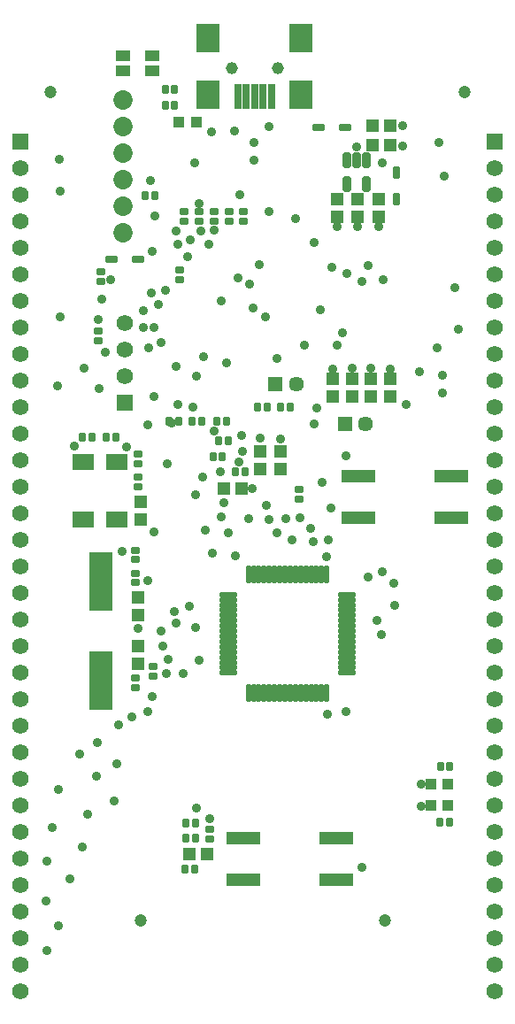
<source format=gbr>
G04*
G04 #@! TF.GenerationSoftware,Altium Limited,Altium Designer,22.4.2 (48)*
G04*
G04 Layer_Color=8388736*
%FSLAX25Y25*%
%MOIN*%
G70*
G04*
G04 #@! TF.SameCoordinates,86050991-3F27-4FED-9AA6-CAC4C36B4C69*
G04*
G04*
G04 #@! TF.FilePolarity,Negative*
G04*
G01*
G75*
G04:AMPARAMS|DCode=29|XSize=65.87mil|YSize=19.02mil|CornerRadius=5.38mil|HoleSize=0mil|Usage=FLASHONLY|Rotation=0.000|XOffset=0mil|YOffset=0mil|HoleType=Round|Shape=RoundedRectangle|*
%AMROUNDEDRECTD29*
21,1,0.06587,0.00827,0,0,0.0*
21,1,0.05512,0.01902,0,0,0.0*
1,1,0.01076,0.02756,-0.00413*
1,1,0.01076,-0.02756,-0.00413*
1,1,0.01076,-0.02756,0.00413*
1,1,0.01076,0.02756,0.00413*
%
%ADD29ROUNDEDRECTD29*%
G04:AMPARAMS|DCode=30|XSize=65.87mil|YSize=19.02mil|CornerRadius=5.38mil|HoleSize=0mil|Usage=FLASHONLY|Rotation=90.000|XOffset=0mil|YOffset=0mil|HoleType=Round|Shape=RoundedRectangle|*
%AMROUNDEDRECTD30*
21,1,0.06587,0.00827,0,0,90.0*
21,1,0.05512,0.01902,0,0,90.0*
1,1,0.01076,0.00413,0.02756*
1,1,0.01076,0.00413,-0.02756*
1,1,0.01076,-0.00413,-0.02756*
1,1,0.01076,-0.00413,0.02756*
%
%ADD30ROUNDEDRECTD30*%
%ADD31R,0.03950X0.03950*%
%ADD32R,0.04737X0.05131*%
%ADD33R,0.13005X0.04737*%
%ADD34R,0.08280X0.05918*%
G04:AMPARAMS|DCode=35|XSize=27.29mil|YSize=31.62mil|CornerRadius=5.93mil|HoleSize=0mil|Usage=FLASHONLY|Rotation=180.000|XOffset=0mil|YOffset=0mil|HoleType=Round|Shape=RoundedRectangle|*
%AMROUNDEDRECTD35*
21,1,0.02729,0.01976,0,0,180.0*
21,1,0.01543,0.03162,0,0,180.0*
1,1,0.01186,-0.00772,0.00988*
1,1,0.01186,0.00772,0.00988*
1,1,0.01186,0.00772,-0.00988*
1,1,0.01186,-0.00772,-0.00988*
%
%ADD35ROUNDEDRECTD35*%
G04:AMPARAMS|DCode=36|XSize=27.29mil|YSize=31.62mil|CornerRadius=5.93mil|HoleSize=0mil|Usage=FLASHONLY|Rotation=270.000|XOffset=0mil|YOffset=0mil|HoleType=Round|Shape=RoundedRectangle|*
%AMROUNDEDRECTD36*
21,1,0.02729,0.01976,0,0,270.0*
21,1,0.01543,0.03162,0,0,270.0*
1,1,0.01186,-0.00988,-0.00772*
1,1,0.01186,-0.00988,0.00772*
1,1,0.01186,0.00988,0.00772*
1,1,0.01186,0.00988,-0.00772*
%
%ADD36ROUNDEDRECTD36*%
%ADD37R,0.08674X0.22453*%
%ADD38R,0.05131X0.04737*%
G04:AMPARAMS|DCode=39|XSize=48.55mil|YSize=27.29mil|CornerRadius=6.41mil|HoleSize=0mil|Usage=FLASHONLY|Rotation=180.000|XOffset=0mil|YOffset=0mil|HoleType=Round|Shape=RoundedRectangle|*
%AMROUNDEDRECTD39*
21,1,0.04855,0.01447,0,0,180.0*
21,1,0.03573,0.02729,0,0,180.0*
1,1,0.01282,-0.01786,0.00723*
1,1,0.01282,0.01786,0.00723*
1,1,0.01282,0.01786,-0.00723*
1,1,0.01282,-0.01786,-0.00723*
%
%ADD39ROUNDEDRECTD39*%
G04:AMPARAMS|DCode=40|XSize=59.97mil|YSize=31.23mil|CornerRadius=6.9mil|HoleSize=0mil|Usage=FLASHONLY|Rotation=270.000|XOffset=0mil|YOffset=0mil|HoleType=Round|Shape=RoundedRectangle|*
%AMROUNDEDRECTD40*
21,1,0.05997,0.01742,0,0,270.0*
21,1,0.04616,0.03123,0,0,270.0*
1,1,0.01381,-0.00871,-0.02308*
1,1,0.01381,-0.00871,0.02308*
1,1,0.01381,0.00871,0.02308*
1,1,0.01381,0.00871,-0.02308*
%
%ADD40ROUNDEDRECTD40*%
G04:AMPARAMS|DCode=41|XSize=48.55mil|YSize=27.29mil|CornerRadius=6.41mil|HoleSize=0mil|Usage=FLASHONLY|Rotation=270.000|XOffset=0mil|YOffset=0mil|HoleType=Round|Shape=RoundedRectangle|*
%AMROUNDEDRECTD41*
21,1,0.04855,0.01447,0,0,270.0*
21,1,0.03573,0.02729,0,0,270.0*
1,1,0.01282,-0.00723,-0.01786*
1,1,0.01282,-0.00723,0.01786*
1,1,0.01282,0.00723,0.01786*
1,1,0.01282,0.00723,-0.01786*
%
%ADD41ROUNDEDRECTD41*%
%ADD42R,0.05524X0.04343*%
%ADD43R,0.08674X0.10642*%
%ADD44R,0.02769X0.09658*%
%ADD45C,0.04737*%
%ADD46R,0.06194X0.06194*%
%ADD47C,0.06194*%
%ADD48C,0.05682*%
%ADD49R,0.05682X0.05682*%
%ADD50C,0.07296*%
%ADD51C,0.04540*%
%ADD52C,0.03556*%
D29*
X235723Y280864D02*
D03*
Y278895D02*
D03*
Y276927D02*
D03*
Y274958D02*
D03*
Y272990D02*
D03*
Y271021D02*
D03*
Y269053D02*
D03*
Y267084D02*
D03*
Y265116D02*
D03*
Y263147D02*
D03*
Y261179D02*
D03*
Y259210D02*
D03*
Y257242D02*
D03*
Y255273D02*
D03*
Y253305D02*
D03*
Y251336D02*
D03*
X191077D02*
D03*
Y253305D02*
D03*
Y255273D02*
D03*
Y257242D02*
D03*
Y259210D02*
D03*
Y261179D02*
D03*
Y263147D02*
D03*
Y265116D02*
D03*
Y267084D02*
D03*
Y269053D02*
D03*
Y271021D02*
D03*
Y272990D02*
D03*
Y274958D02*
D03*
Y276927D02*
D03*
Y278895D02*
D03*
Y280864D02*
D03*
D30*
X198636Y288423D02*
D03*
X200605D02*
D03*
X202573D02*
D03*
X204542D02*
D03*
X206510D02*
D03*
X208479D02*
D03*
X210447D02*
D03*
X212416D02*
D03*
X214384D02*
D03*
X216353D02*
D03*
X218321D02*
D03*
X220290D02*
D03*
X222258D02*
D03*
X224227D02*
D03*
X226195D02*
D03*
X228164D02*
D03*
Y243777D02*
D03*
X226195D02*
D03*
X224227D02*
D03*
X222258D02*
D03*
X220290D02*
D03*
X218321D02*
D03*
X216353D02*
D03*
X214384D02*
D03*
X212416D02*
D03*
X210447D02*
D03*
X208479D02*
D03*
X206510D02*
D03*
X204542D02*
D03*
X202573D02*
D03*
X200605D02*
D03*
X198636D02*
D03*
D31*
X267252Y201300D02*
D03*
X273748D02*
D03*
X273900Y209600D02*
D03*
X267404D02*
D03*
X179048Y458700D02*
D03*
X172552D02*
D03*
D32*
X157100Y261593D02*
D03*
Y254900D02*
D03*
X230500Y355307D02*
D03*
Y362000D02*
D03*
X244900Y355307D02*
D03*
Y362000D02*
D03*
X237700Y355307D02*
D03*
Y362000D02*
D03*
X252100Y361993D02*
D03*
Y355300D02*
D03*
X203200Y328207D02*
D03*
Y334900D02*
D03*
X210900D02*
D03*
Y328207D02*
D03*
X158100Y308953D02*
D03*
Y315647D02*
D03*
X157100Y273054D02*
D03*
Y279747D02*
D03*
X239700Y423153D02*
D03*
Y429846D02*
D03*
X232200Y423153D02*
D03*
Y429846D02*
D03*
X247700D02*
D03*
Y423153D02*
D03*
D33*
X240080Y325474D02*
D03*
X275120D02*
D03*
X240080Y309726D02*
D03*
X275120D02*
D03*
X196780Y189274D02*
D03*
X231820D02*
D03*
X196780Y173526D02*
D03*
X231820D02*
D03*
D34*
X148999Y330627D02*
D03*
Y308973D02*
D03*
X136401D02*
D03*
Y330627D02*
D03*
D35*
X148583Y340200D02*
D03*
X145000D02*
D03*
X185309Y332900D02*
D03*
X188891D02*
D03*
X178591Y194800D02*
D03*
X175009D02*
D03*
X172291Y346000D02*
D03*
X168709D02*
D03*
X197291Y327100D02*
D03*
X193709D02*
D03*
X187509Y338700D02*
D03*
X191091D02*
D03*
X178491Y177600D02*
D03*
X174909D02*
D03*
X270709Y195000D02*
D03*
X274291D02*
D03*
X270961Y216100D02*
D03*
X274543D02*
D03*
X175009Y189200D02*
D03*
X178591D02*
D03*
X190491Y346000D02*
D03*
X186909D02*
D03*
X177409D02*
D03*
X180991D02*
D03*
X136200Y340200D02*
D03*
X139783D02*
D03*
X159709Y431136D02*
D03*
X163291D02*
D03*
X210709Y351500D02*
D03*
X214291D02*
D03*
X202009D02*
D03*
X205591D02*
D03*
X167317Y471000D02*
D03*
X170900D02*
D03*
X170883Y465200D02*
D03*
X167300D02*
D03*
D36*
X157100Y333783D02*
D03*
Y330200D02*
D03*
X156200Y245717D02*
D03*
Y249300D02*
D03*
Y294017D02*
D03*
Y297600D02*
D03*
X184000Y192500D02*
D03*
Y188917D02*
D03*
X157100Y321500D02*
D03*
Y325083D02*
D03*
X162800Y253700D02*
D03*
Y250117D02*
D03*
X156200Y288891D02*
D03*
Y285309D02*
D03*
X185700Y425000D02*
D03*
Y421417D02*
D03*
X174500Y425000D02*
D03*
Y421417D02*
D03*
X180100Y424991D02*
D03*
Y421409D02*
D03*
X142100Y379991D02*
D03*
Y376409D02*
D03*
X217600Y320500D02*
D03*
Y316917D02*
D03*
X143100Y398809D02*
D03*
Y402391D02*
D03*
X191300Y421409D02*
D03*
Y424991D02*
D03*
X172900Y402991D02*
D03*
Y399409D02*
D03*
X196900Y424991D02*
D03*
Y421409D02*
D03*
D37*
X143200Y248299D02*
D03*
Y285701D02*
D03*
D38*
X196093Y320700D02*
D03*
X189400D02*
D03*
X176253Y183200D02*
D03*
X182947D02*
D03*
X252046Y450000D02*
D03*
X245354D02*
D03*
X252200Y457500D02*
D03*
X245507D02*
D03*
D39*
X157100Y407000D02*
D03*
X147100D02*
D03*
X235000Y456800D02*
D03*
X225000D02*
D03*
D40*
X243140Y435492D02*
D03*
X235660D02*
D03*
Y444508D02*
D03*
X239400D02*
D03*
X243140D02*
D03*
D41*
X254400Y429700D02*
D03*
Y439700D02*
D03*
D42*
X162400Y478091D02*
D03*
X151376D02*
D03*
Y483800D02*
D03*
X162400D02*
D03*
D43*
X183500Y490500D02*
D03*
X218539D02*
D03*
X183500Y469043D02*
D03*
X218539D02*
D03*
D44*
X194720Y468551D02*
D03*
X197870D02*
D03*
X201020D02*
D03*
X204169D02*
D03*
X207319D02*
D03*
D45*
X280000Y470000D02*
D03*
X124000D02*
D03*
X250000Y158000D02*
D03*
X158000D02*
D03*
D46*
X291500Y451500D02*
D03*
X112800Y451400D02*
D03*
X152229Y353000D02*
D03*
D47*
X291500Y441500D02*
D03*
Y431500D02*
D03*
Y421500D02*
D03*
Y411500D02*
D03*
Y401500D02*
D03*
Y391500D02*
D03*
Y381500D02*
D03*
Y371500D02*
D03*
Y361500D02*
D03*
Y351500D02*
D03*
Y341500D02*
D03*
Y331500D02*
D03*
Y321500D02*
D03*
Y311500D02*
D03*
Y301500D02*
D03*
Y291500D02*
D03*
Y281500D02*
D03*
Y271500D02*
D03*
Y261500D02*
D03*
Y251500D02*
D03*
Y241500D02*
D03*
Y231500D02*
D03*
Y221500D02*
D03*
Y211500D02*
D03*
Y201500D02*
D03*
Y191500D02*
D03*
Y181500D02*
D03*
Y171500D02*
D03*
Y161500D02*
D03*
Y151500D02*
D03*
Y141500D02*
D03*
Y131500D02*
D03*
X112800Y131400D02*
D03*
Y141400D02*
D03*
Y151400D02*
D03*
Y161400D02*
D03*
Y171400D02*
D03*
Y181400D02*
D03*
Y191400D02*
D03*
Y201400D02*
D03*
Y211400D02*
D03*
Y221400D02*
D03*
Y231400D02*
D03*
Y241400D02*
D03*
Y251400D02*
D03*
Y261400D02*
D03*
Y271400D02*
D03*
Y281400D02*
D03*
Y291400D02*
D03*
Y301400D02*
D03*
Y311400D02*
D03*
Y321400D02*
D03*
Y331400D02*
D03*
Y341400D02*
D03*
Y351400D02*
D03*
Y361400D02*
D03*
Y371400D02*
D03*
Y381400D02*
D03*
Y391400D02*
D03*
Y401400D02*
D03*
Y411400D02*
D03*
Y421400D02*
D03*
Y431400D02*
D03*
Y441400D02*
D03*
X152229Y383000D02*
D03*
Y363000D02*
D03*
Y373000D02*
D03*
D48*
X242800Y345125D02*
D03*
X216737Y360000D02*
D03*
D49*
X234926Y345125D02*
D03*
X208863Y360000D02*
D03*
D50*
X151400Y437000D02*
D03*
Y427000D02*
D03*
Y417000D02*
D03*
Y447000D02*
D03*
Y457000D02*
D03*
Y467000D02*
D03*
D51*
X192358Y479083D02*
D03*
X209681D02*
D03*
D52*
X127200Y156100D02*
D03*
X122500Y165400D02*
D03*
X122600Y180400D02*
D03*
X136200Y185900D02*
D03*
X124700Y193100D02*
D03*
X138200Y198200D02*
D03*
X148100Y203100D02*
D03*
X127100Y207600D02*
D03*
X256900Y449900D02*
D03*
X180800Y417700D02*
D03*
X176800Y414400D02*
D03*
X171500Y417800D02*
D03*
X171968Y412932D02*
D03*
X190394Y368205D02*
D03*
X181800Y370300D02*
D03*
X229987Y404250D02*
D03*
X235700Y401900D02*
D03*
X243749Y404897D02*
D03*
X249435Y399439D02*
D03*
X241500Y398900D02*
D03*
X233981Y379554D02*
D03*
X225643Y388164D02*
D03*
X205100Y385400D02*
D03*
X200500Y388700D02*
D03*
X199200Y397800D02*
D03*
X202685Y405055D02*
D03*
X239500Y449600D02*
D03*
X249000Y443600D02*
D03*
X247700Y419500D02*
D03*
X239700Y419600D02*
D03*
X232100D02*
D03*
X223500Y413500D02*
D03*
X206500Y425000D02*
D03*
X216500Y422500D02*
D03*
X195400Y431600D02*
D03*
X161600Y436700D02*
D03*
X178300Y443500D02*
D03*
X228200Y295207D02*
D03*
X272500Y438500D02*
D03*
X276500Y396500D02*
D03*
X277900Y380700D02*
D03*
X270400Y451100D02*
D03*
X200903Y451121D02*
D03*
X184586Y455053D02*
D03*
X226300Y323000D02*
D03*
X258100Y352400D02*
D03*
X263100Y364900D02*
D03*
X269800Y373700D02*
D03*
X271807Y356800D02*
D03*
Y363400D02*
D03*
X228600Y301300D02*
D03*
X224500Y351000D02*
D03*
X252200Y365900D02*
D03*
X237800Y366100D02*
D03*
X244900D02*
D03*
X230500Y365900D02*
D03*
X205400Y314300D02*
D03*
X198800Y309300D02*
D03*
X200100Y320700D02*
D03*
X218200Y309800D02*
D03*
X212600Y309300D02*
D03*
X222000Y305900D02*
D03*
X229775Y313363D02*
D03*
X215100Y301600D02*
D03*
X188500Y310100D02*
D03*
X223200Y300700D02*
D03*
X195000Y330900D02*
D03*
X188203Y326997D02*
D03*
X181400Y325100D02*
D03*
X185900Y342500D02*
D03*
X189400Y315600D02*
D03*
X209300Y304100D02*
D03*
X177900Y351400D02*
D03*
X179100Y363100D02*
D03*
X172200Y352500D02*
D03*
X163100Y355300D02*
D03*
X171300Y366900D02*
D03*
X161100Y373800D02*
D03*
X163000Y381400D02*
D03*
X165700Y375700D02*
D03*
X210900Y339507D02*
D03*
X249000Y289600D02*
D03*
X243800Y287500D02*
D03*
X253300Y285100D02*
D03*
X203200Y339707D02*
D03*
X196300Y334900D02*
D03*
X169800Y345400D02*
D03*
X160600Y344807D02*
D03*
X178700Y318600D02*
D03*
X196000Y340800D02*
D03*
X168000Y330200D02*
D03*
X152700Y336400D02*
D03*
X133000Y336784D02*
D03*
X185000Y296500D02*
D03*
X127400Y444800D02*
D03*
X127700Y432800D02*
D03*
Y385300D02*
D03*
X136700Y366100D02*
D03*
X126700Y359600D02*
D03*
X142400Y358600D02*
D03*
X253873Y276927D02*
D03*
X248800Y265700D02*
D03*
X247167Y271021D02*
D03*
X235418Y333050D02*
D03*
X144700Y372000D02*
D03*
X142100Y384400D02*
D03*
X163000Y304300D02*
D03*
X151200Y297200D02*
D03*
X193900Y295500D02*
D03*
X182400Y305000D02*
D03*
X178800Y268400D02*
D03*
X154900Y234700D02*
D03*
X167800Y251000D02*
D03*
X168500Y256300D02*
D03*
X165600Y267100D02*
D03*
X157200Y268200D02*
D03*
X171400Y270000D02*
D03*
X170600Y274600D02*
D03*
X176400Y276400D02*
D03*
X174100Y251000D02*
D03*
X162300Y242300D02*
D03*
X160800Y236800D02*
D03*
X160900Y286200D02*
D03*
X166500Y261300D02*
D03*
X180100Y256000D02*
D03*
X131400Y173800D02*
D03*
X141300Y212400D02*
D03*
X149700Y231900D02*
D03*
X141700Y225000D02*
D03*
X135100Y220800D02*
D03*
X149200Y217000D02*
D03*
X122800Y146800D02*
D03*
X206400Y309000D02*
D03*
X191200Y304000D02*
D03*
X179200Y200600D02*
D03*
X241300Y178200D02*
D03*
X184000Y196500D02*
D03*
X263606Y209525D02*
D03*
X263800Y201200D02*
D03*
X235300Y236700D02*
D03*
X228300Y235900D02*
D03*
X223575Y345125D02*
D03*
X232100Y374700D02*
D03*
X209400Y369900D02*
D03*
X219600Y374800D02*
D03*
X146800Y399400D02*
D03*
X194700Y400200D02*
D03*
X143300Y392100D02*
D03*
X162578Y410122D02*
D03*
X164700Y390200D02*
D03*
X158993Y381300D02*
D03*
X162100Y394500D02*
D03*
X163400Y423600D02*
D03*
X158993Y387800D02*
D03*
X167500Y395600D02*
D03*
X180000Y428100D02*
D03*
X188500Y391600D02*
D03*
X183900Y412800D02*
D03*
X256700Y457400D02*
D03*
X200700Y444600D02*
D03*
X185719Y417981D02*
D03*
X206332Y457006D02*
D03*
X193333Y455321D02*
D03*
X175800Y408100D02*
D03*
M02*

</source>
